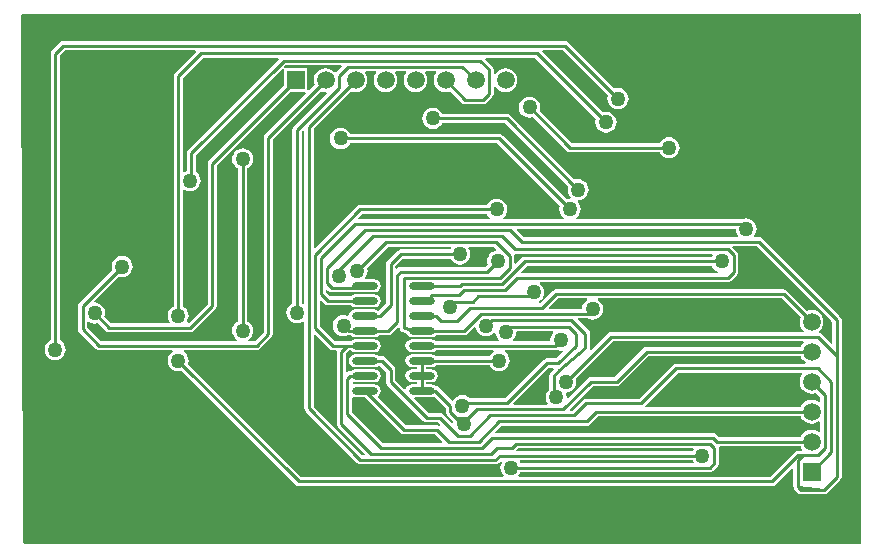
<source format=gbl>
G04*
G04 #@! TF.GenerationSoftware,Altium Limited,Altium Designer,20.0.2 (26)*
G04*
G04 Layer_Physical_Order=2*
G04 Layer_Color=16711680*
%FSLAX25Y25*%
%MOIN*%
G70*
G01*
G75*
%ADD14C,0.01000*%
%ADD19O,0.08661X0.02362*%
%ADD29R,0.05906X0.05906*%
%ADD30C,0.05906*%
%ADD31R,0.05906X0.05906*%
%ADD32C,0.05000*%
G36*
X504500Y311000D02*
Y134500D01*
X225500D01*
X225000Y135000D01*
X224501Y310646D01*
X224854Y311000D01*
X503500D01*
X504000Y311500D01*
X504500Y311000D01*
D02*
G37*
%LPC*%
G36*
X405900Y302029D02*
X238500D01*
X237915Y301913D01*
X237419Y301581D01*
X234819Y298981D01*
X234487Y298485D01*
X234371Y297900D01*
Y202355D01*
X234135Y202257D01*
X233404Y201696D01*
X232843Y200965D01*
X232490Y200114D01*
X232370Y199200D01*
X232490Y198286D01*
X232843Y197435D01*
X233404Y196704D01*
X234135Y196143D01*
X234986Y195790D01*
X235900Y195670D01*
X236814Y195790D01*
X237665Y196143D01*
X238396Y196704D01*
X238957Y197435D01*
X239310Y198286D01*
X239430Y199200D01*
X239310Y200114D01*
X238957Y200965D01*
X238396Y201696D01*
X237665Y202257D01*
X237429Y202355D01*
Y297267D01*
X239134Y298971D01*
X282654D01*
X282846Y298509D01*
X275819Y291481D01*
X275487Y290985D01*
X275371Y290400D01*
Y213655D01*
X275135Y213557D01*
X274404Y212996D01*
X273843Y212265D01*
X273490Y211414D01*
X273370Y210500D01*
X273490Y209586D01*
X273843Y208735D01*
X274040Y208478D01*
X273819Y208029D01*
X254534D01*
X252312Y210251D01*
X252410Y210486D01*
X252530Y211400D01*
X252410Y212314D01*
X252057Y213165D01*
X251496Y213896D01*
X250765Y214457D01*
X249914Y214810D01*
X249089Y214918D01*
X248824Y215361D01*
X257051Y223588D01*
X257286Y223490D01*
X258200Y223370D01*
X259114Y223490D01*
X259965Y223843D01*
X260696Y224404D01*
X261257Y225135D01*
X261610Y225986D01*
X261730Y226900D01*
X261610Y227814D01*
X261257Y228665D01*
X260696Y229396D01*
X259965Y229957D01*
X259114Y230310D01*
X258200Y230430D01*
X257286Y230310D01*
X256435Y229957D01*
X255704Y229396D01*
X255143Y228665D01*
X254790Y227814D01*
X254670Y226900D01*
X254790Y225986D01*
X254888Y225751D01*
X243919Y214781D01*
X243587Y214285D01*
X243471Y213700D01*
Y206100D01*
X243587Y205515D01*
X243919Y205019D01*
X249519Y199419D01*
X250015Y199087D01*
X250600Y198971D01*
X274893D01*
X275022Y198471D01*
X274404Y197996D01*
X273843Y197265D01*
X273490Y196414D01*
X273370Y195500D01*
X273490Y194586D01*
X273843Y193735D01*
X274404Y193004D01*
X275135Y192443D01*
X275986Y192090D01*
X276900Y191970D01*
X277814Y192090D01*
X278049Y192188D01*
X316019Y154219D01*
X316515Y153887D01*
X317100Y153771D01*
X474800D01*
X475385Y153887D01*
X475881Y154219D01*
X481509Y159846D01*
X481971Y159654D01*
Y153500D01*
X482012Y153293D01*
X482029Y153082D01*
X482070Y153002D01*
X482087Y152915D01*
X482204Y152739D01*
X482301Y152551D01*
X482369Y152493D01*
X482419Y152419D01*
X483419Y151419D01*
X483915Y151087D01*
X484500Y150971D01*
X492100D01*
X492307Y151012D01*
X492518Y151029D01*
X492598Y151070D01*
X492685Y151087D01*
X492861Y151205D01*
X493049Y151301D01*
X493107Y151369D01*
X493181Y151419D01*
X497581Y155819D01*
X497913Y156315D01*
X498029Y156900D01*
Y197000D01*
Y209100D01*
X497913Y209685D01*
X497581Y210181D01*
X471481Y236281D01*
X470985Y236613D01*
X470400Y236729D01*
X469193D01*
X468946Y237229D01*
X469257Y237635D01*
X469610Y238486D01*
X469730Y239400D01*
X469610Y240314D01*
X469257Y241165D01*
X468696Y241896D01*
X467965Y242457D01*
X467114Y242810D01*
X466200Y242930D01*
X465286Y242810D01*
X464737Y242582D01*
X464500Y242629D01*
X409678D01*
X409508Y243129D01*
X409996Y243504D01*
X410557Y244235D01*
X410910Y245086D01*
X411030Y246000D01*
X410910Y246914D01*
X410557Y247765D01*
X410000Y248492D01*
X410002Y248510D01*
X410200Y248969D01*
X410200Y248970D01*
X411114Y249090D01*
X411965Y249443D01*
X412696Y250004D01*
X413257Y250735D01*
X413610Y251586D01*
X413730Y252500D01*
X413610Y253414D01*
X413257Y254265D01*
X412696Y254996D01*
X411965Y255557D01*
X411114Y255910D01*
X410200Y256030D01*
X409286Y255910D01*
X409051Y255812D01*
X387481Y277381D01*
X386985Y277713D01*
X386400Y277829D01*
X364955D01*
X364857Y278065D01*
X364296Y278796D01*
X363565Y279357D01*
X362714Y279710D01*
X361800Y279830D01*
X360886Y279710D01*
X360035Y279357D01*
X359304Y278796D01*
X358743Y278065D01*
X358390Y277214D01*
X358270Y276300D01*
X358390Y275386D01*
X358743Y274535D01*
X359304Y273804D01*
X360035Y273243D01*
X360886Y272890D01*
X361800Y272770D01*
X362714Y272890D01*
X363565Y273243D01*
X364296Y273804D01*
X364857Y274535D01*
X364955Y274771D01*
X385767D01*
X406888Y253649D01*
X406790Y253414D01*
X406670Y252500D01*
X406790Y251586D01*
X407143Y250735D01*
X407700Y250008D01*
X407698Y249990D01*
X407500Y249531D01*
X407500Y249530D01*
X406586Y249410D01*
X406351Y249312D01*
X384981Y270681D01*
X384485Y271013D01*
X383900Y271129D01*
X334155D01*
X334057Y271365D01*
X333496Y272096D01*
X332765Y272657D01*
X331914Y273010D01*
X331000Y273130D01*
X330086Y273010D01*
X329235Y272657D01*
X328504Y272096D01*
X327943Y271365D01*
X327590Y270514D01*
X327470Y269600D01*
X327590Y268686D01*
X327943Y267835D01*
X328504Y267104D01*
X329235Y266543D01*
X330086Y266190D01*
X331000Y266070D01*
X331914Y266190D01*
X332765Y266543D01*
X333496Y267104D01*
X334057Y267835D01*
X334155Y268071D01*
X383266D01*
X404188Y247149D01*
X404090Y246914D01*
X403970Y246000D01*
X404090Y245086D01*
X404443Y244235D01*
X405004Y243504D01*
X405492Y243129D01*
X405322Y242629D01*
X385178D01*
X385008Y243129D01*
X385496Y243504D01*
X386057Y244235D01*
X386410Y245086D01*
X386530Y246000D01*
X386410Y246914D01*
X386057Y247765D01*
X385496Y248496D01*
X384765Y249057D01*
X383914Y249410D01*
X383000Y249530D01*
X382086Y249410D01*
X381235Y249057D01*
X380504Y248496D01*
X379943Y247765D01*
X379845Y247529D01*
X337600D01*
X337015Y247413D01*
X336519Y247081D01*
X322491Y233054D01*
X322029Y233246D01*
Y272867D01*
X334504Y285341D01*
X334968Y285149D01*
X336000Y285013D01*
X337032Y285149D01*
X337993Y285547D01*
X338819Y286181D01*
X339453Y287007D01*
X339851Y287968D01*
X339987Y289000D01*
X339851Y290032D01*
X339453Y290993D01*
X339087Y291471D01*
X339333Y291971D01*
X342667D01*
X342913Y291471D01*
X342547Y290993D01*
X342149Y290032D01*
X342013Y289000D01*
X342149Y287968D01*
X342547Y287007D01*
X343181Y286181D01*
X344007Y285547D01*
X344968Y285149D01*
X346000Y285013D01*
X347032Y285149D01*
X347993Y285547D01*
X348819Y286181D01*
X349453Y287007D01*
X349851Y287968D01*
X349987Y289000D01*
X349851Y290032D01*
X349453Y290993D01*
X349087Y291471D01*
X349333Y291971D01*
X352667D01*
X352913Y291471D01*
X352547Y290993D01*
X352149Y290032D01*
X352013Y289000D01*
X352149Y287968D01*
X352547Y287007D01*
X353181Y286181D01*
X354007Y285547D01*
X354968Y285149D01*
X356000Y285013D01*
X357032Y285149D01*
X357993Y285547D01*
X358819Y286181D01*
X359453Y287007D01*
X359851Y287968D01*
X359987Y289000D01*
X359851Y290032D01*
X359453Y290993D01*
X359087Y291471D01*
X359333Y291971D01*
X362667D01*
X362913Y291471D01*
X362547Y290993D01*
X362149Y290032D01*
X362013Y289000D01*
X362149Y287968D01*
X362547Y287007D01*
X363181Y286181D01*
X364007Y285547D01*
X364968Y285149D01*
X366000Y285013D01*
X367032Y285149D01*
X367496Y285341D01*
X371419Y281419D01*
X371915Y281087D01*
X372500Y280971D01*
X378500D01*
X379085Y281087D01*
X379581Y281419D01*
X381581Y283419D01*
X381913Y283915D01*
X382029Y284500D01*
Y286950D01*
X382529Y287050D01*
X382547Y287007D01*
X383181Y286181D01*
X384007Y285547D01*
X384968Y285149D01*
X386000Y285013D01*
X387032Y285149D01*
X387993Y285547D01*
X388819Y286181D01*
X389453Y287007D01*
X389851Y287968D01*
X389987Y289000D01*
X389851Y290032D01*
X389453Y290993D01*
X388819Y291819D01*
X387993Y292453D01*
X387032Y292851D01*
X386000Y292987D01*
X384968Y292851D01*
X384007Y292453D01*
X383181Y291819D01*
X382547Y290993D01*
X382529Y290950D01*
X382029Y291050D01*
Y292600D01*
X381913Y293185D01*
X381581Y293681D01*
X379254Y296009D01*
X379446Y296471D01*
X395866D01*
X416188Y276149D01*
X416090Y275914D01*
X415970Y275000D01*
X416090Y274086D01*
X416443Y273235D01*
X417004Y272504D01*
X417735Y271943D01*
X418586Y271590D01*
X419500Y271470D01*
X420414Y271590D01*
X421265Y271943D01*
X421996Y272504D01*
X422557Y273235D01*
X422910Y274086D01*
X423030Y275000D01*
X422910Y275914D01*
X422557Y276765D01*
X421996Y277496D01*
X421265Y278057D01*
X420414Y278410D01*
X419500Y278530D01*
X418586Y278410D01*
X418351Y278312D01*
X398154Y298509D01*
X398346Y298971D01*
X405267D01*
X420188Y284049D01*
X420090Y283814D01*
X419970Y282900D01*
X420090Y281986D01*
X420443Y281135D01*
X421004Y280404D01*
X421735Y279843D01*
X422586Y279490D01*
X423500Y279370D01*
X424414Y279490D01*
X425265Y279843D01*
X425996Y280404D01*
X426557Y281135D01*
X426910Y281986D01*
X427030Y282900D01*
X426910Y283814D01*
X426557Y284665D01*
X425996Y285396D01*
X425265Y285957D01*
X424414Y286310D01*
X423500Y286430D01*
X422586Y286310D01*
X422351Y286212D01*
X406981Y301581D01*
X406485Y301913D01*
X405900Y302029D01*
D02*
G37*
G36*
X394000Y283530D02*
X393086Y283410D01*
X392235Y283057D01*
X391504Y282496D01*
X390943Y281765D01*
X390590Y280914D01*
X390470Y280000D01*
X390590Y279086D01*
X390943Y278235D01*
X391504Y277504D01*
X392235Y276943D01*
X393086Y276590D01*
X394000Y276470D01*
X394914Y276590D01*
X395149Y276688D01*
X406419Y265419D01*
X406915Y265087D01*
X407500Y264971D01*
X437345D01*
X437443Y264735D01*
X438004Y264004D01*
X438735Y263443D01*
X439586Y263090D01*
X440500Y262970D01*
X441414Y263090D01*
X442265Y263443D01*
X442996Y264004D01*
X443557Y264735D01*
X443910Y265586D01*
X444030Y266500D01*
X443910Y267414D01*
X443557Y268265D01*
X442996Y268996D01*
X442265Y269557D01*
X441414Y269910D01*
X440500Y270030D01*
X439586Y269910D01*
X438735Y269557D01*
X438004Y268996D01*
X437443Y268265D01*
X437345Y268029D01*
X408134D01*
X397312Y278851D01*
X397410Y279086D01*
X397530Y280000D01*
X397410Y280914D01*
X397057Y281765D01*
X396496Y282496D01*
X395765Y283057D01*
X394914Y283410D01*
X394000Y283530D01*
D02*
G37*
%LPD*%
G36*
X331346Y293509D02*
X329539Y291702D01*
X328948Y291652D01*
X328819Y291819D01*
X327993Y292453D01*
X327032Y292851D01*
X326000Y292987D01*
X324968Y292851D01*
X324007Y292453D01*
X323181Y291819D01*
X322547Y290993D01*
X322149Y290032D01*
X322013Y289000D01*
X322149Y287968D01*
X322341Y287504D01*
X320415Y285578D01*
X319953Y285769D01*
Y292953D01*
X312323D01*
X312116Y293453D01*
X312633Y293971D01*
X331154D01*
X331346Y293509D01*
D02*
G37*
G36*
X310346Y296009D02*
X280119Y265781D01*
X279787Y265285D01*
X279671Y264700D01*
Y258779D01*
X279135Y258557D01*
X278878Y258360D01*
X278429Y258581D01*
Y289767D01*
X285134Y296471D01*
X310154D01*
X310346Y296009D01*
D02*
G37*
G36*
X312047Y292677D02*
Y287210D01*
X287119Y262281D01*
X286787Y261785D01*
X286671Y261200D01*
Y214434D01*
X280433Y208196D01*
X280196Y208225D01*
X279957Y208735D01*
X280310Y209586D01*
X280430Y210500D01*
X280310Y211414D01*
X279957Y212265D01*
X279396Y212996D01*
X278665Y213557D01*
X278429Y213655D01*
Y252419D01*
X278878Y252640D01*
X279135Y252443D01*
X279986Y252090D01*
X280900Y251970D01*
X281814Y252090D01*
X282665Y252443D01*
X283396Y253004D01*
X283957Y253735D01*
X284310Y254586D01*
X284430Y255500D01*
X284310Y256414D01*
X283957Y257265D01*
X283396Y257996D01*
X282729Y258508D01*
Y264067D01*
X311547Y292884D01*
X312047Y292677D01*
D02*
G37*
G36*
X379943Y244235D02*
X380504Y243504D01*
X380992Y243129D01*
X380822Y242629D01*
X337046D01*
X336854Y243091D01*
X338233Y244471D01*
X379845D01*
X379943Y244235D01*
D02*
G37*
G36*
X462670Y239400D02*
X462790Y238486D01*
X463143Y237635D01*
X463454Y237229D01*
X463207Y236729D01*
X392034D01*
X389654Y239109D01*
X389846Y239571D01*
X462520D01*
X462670Y239400D01*
D02*
G37*
G36*
X455140Y230622D02*
X454943Y230365D01*
X454845Y230129D01*
X392366D01*
X391780Y230013D01*
X391284Y229681D01*
X389428Y227826D01*
X388966Y228017D01*
Y230500D01*
X388940Y230632D01*
X389251Y231011D01*
X389363Y231071D01*
X454919D01*
X455140Y230622D01*
D02*
G37*
G36*
X382993Y232781D02*
X382814Y232253D01*
X382486Y232210D01*
X381635Y231857D01*
X380904Y231296D01*
X380343Y230565D01*
X379990Y229714D01*
X379870Y228800D01*
X379990Y227886D01*
X380088Y227651D01*
X379167Y226729D01*
X351000D01*
X350415Y226613D01*
X349919Y226281D01*
X349691Y226054D01*
X349229Y226246D01*
Y226945D01*
X351855Y229571D01*
X367645D01*
X367743Y229335D01*
X368304Y228604D01*
X369035Y228043D01*
X369886Y227690D01*
X370800Y227570D01*
X371714Y227690D01*
X372565Y228043D01*
X373296Y228604D01*
X373857Y229335D01*
X374210Y230186D01*
X374330Y231100D01*
X374210Y232014D01*
X373857Y232865D01*
X373660Y233122D01*
X373881Y233571D01*
X382204D01*
X382993Y232781D01*
D02*
G37*
G36*
X454943Y226835D02*
X455504Y226104D01*
X456235Y225543D01*
X456991Y225229D01*
X456892Y224729D01*
X391311D01*
X391120Y225191D01*
X392999Y227071D01*
X454845D01*
X454943Y226835D01*
D02*
G37*
G36*
X367940Y233122D02*
X367743Y232865D01*
X367645Y232629D01*
X351221D01*
X350636Y232513D01*
X350140Y232181D01*
X346619Y228660D01*
X346287Y228164D01*
X346171Y227579D01*
Y214833D01*
X343576Y212239D01*
X343103Y212555D01*
X342252Y212724D01*
X335953D01*
X335102Y212555D01*
X334380Y212072D01*
X333898Y211351D01*
X333787Y210790D01*
X333276Y210471D01*
X333252Y210470D01*
X332914Y210610D01*
X332000Y210730D01*
X331086Y210610D01*
X330235Y210257D01*
X329504Y209696D01*
X328943Y208965D01*
X328590Y208114D01*
X328470Y207200D01*
X328590Y206286D01*
X328943Y205435D01*
X329504Y204704D01*
X330235Y204143D01*
X331086Y203790D01*
X332000Y203670D01*
X332914Y203790D01*
X333463Y204018D01*
X333700Y203971D01*
X334351D01*
X334380Y203927D01*
X335102Y203446D01*
X335953Y203276D01*
X342252D01*
X343103Y203446D01*
X343825Y203927D01*
X343853Y203971D01*
X346900D01*
X347485Y204087D01*
X347981Y204419D01*
X350195Y206632D01*
X350661Y206391D01*
X350673Y206333D01*
X350678Y206162D01*
X350731Y206043D01*
X350756Y205915D01*
X350851Y205773D01*
X350921Y205617D01*
X351015Y205527D01*
X351088Y205419D01*
X351230Y205324D01*
X351354Y205206D01*
X351475Y205159D01*
X351584Y205087D01*
X351751Y205054D01*
X351911Y204993D01*
X352756Y204848D01*
X352796Y204649D01*
X353278Y203927D01*
X353999Y203446D01*
X354850Y203276D01*
X361150D01*
X362001Y203446D01*
X362722Y203927D01*
X362751Y203971D01*
X372100D01*
X372685Y204087D01*
X373181Y204419D01*
X375508Y206745D01*
X375981Y206584D01*
X376027Y206234D01*
X376380Y205383D01*
X376941Y204652D01*
X377672Y204091D01*
X378523Y203738D01*
X379437Y203618D01*
X380351Y203738D01*
X381202Y204091D01*
X381933Y204652D01*
X382097Y204865D01*
X382619Y204725D01*
X382690Y204186D01*
X383043Y203335D01*
X383604Y202604D01*
X383701Y202529D01*
X383531Y202029D01*
X362751D01*
X362722Y202073D01*
X362001Y202554D01*
X361150Y202724D01*
X354850D01*
X353999Y202554D01*
X353278Y202073D01*
X352796Y201351D01*
X352627Y200500D01*
X352796Y199649D01*
X353278Y198927D01*
X353999Y198445D01*
X354850Y198276D01*
X361150D01*
X362001Y198445D01*
X362722Y198927D01*
X362751Y198971D01*
X381893D01*
X382022Y198471D01*
X381404Y197996D01*
X380843Y197265D01*
X380745Y197029D01*
X362751D01*
X362722Y197073D01*
X362001Y197555D01*
X361150Y197724D01*
X354850D01*
X353999Y197555D01*
X353278Y197073D01*
X352796Y196351D01*
X352627Y195500D01*
X352796Y194649D01*
X353278Y193928D01*
X353999Y193446D01*
X354850Y193276D01*
X356471D01*
Y192724D01*
X354850D01*
X353999Y192554D01*
X353278Y192072D01*
X352796Y191351D01*
X352627Y190500D01*
X352796Y189649D01*
X353278Y188927D01*
X353999Y188445D01*
X354850Y188276D01*
X356471D01*
Y187724D01*
X354850D01*
X353999Y187555D01*
X353278Y187073D01*
X352796Y186351D01*
X352769Y186217D01*
X352291Y186072D01*
X349229Y189134D01*
Y192500D01*
X349113Y193085D01*
X348781Y193581D01*
X345781Y196581D01*
X345285Y196913D01*
X344700Y197029D01*
X343853D01*
X343825Y197073D01*
X343103Y197555D01*
X342252Y197724D01*
X335953D01*
X335102Y197555D01*
X334380Y197073D01*
X333898Y196351D01*
X333729Y195500D01*
X333898Y194649D01*
X334380Y193928D01*
X335102Y193446D01*
X335953Y193276D01*
X342252D01*
X343103Y193446D01*
X343825Y193928D01*
X344282Y193756D01*
X346171Y191867D01*
Y188500D01*
X346287Y187915D01*
X346619Y187419D01*
X358619Y175419D01*
X359115Y175087D01*
X359700Y174971D01*
X363367D01*
X364301Y174036D01*
X363982Y173648D01*
X363585Y173913D01*
X363000Y174029D01*
X352736D01*
X343512Y183254D01*
X343561Y183751D01*
X343825Y183928D01*
X344307Y184649D01*
X344476Y185500D01*
X344307Y186351D01*
X343825Y187073D01*
X343103Y187555D01*
X342252Y187724D01*
X335953D01*
X335456Y187625D01*
X334993Y187977D01*
Y188023D01*
X335456Y188375D01*
X335953Y188276D01*
X342252D01*
X343103Y188445D01*
X343825Y188927D01*
X344307Y189649D01*
X344476Y190500D01*
X344307Y191351D01*
X343825Y192072D01*
X343103Y192554D01*
X342252Y192724D01*
X335953D01*
X335102Y192554D01*
X334380Y192072D01*
X334351Y192029D01*
X334200D01*
X333615Y191913D01*
X333229Y191656D01*
X332729Y191831D01*
Y197866D01*
X333834Y198971D01*
X334351D01*
X334380Y198927D01*
X335102Y198445D01*
X335953Y198276D01*
X342252D01*
X343103Y198445D01*
X343825Y198927D01*
X344307Y199649D01*
X344476Y200500D01*
X344307Y201351D01*
X343825Y202073D01*
X343103Y202554D01*
X342252Y202724D01*
X335953D01*
X335102Y202554D01*
X334380Y202073D01*
X334351Y202029D01*
X329134D01*
X324029Y207134D01*
Y215513D01*
X324491Y215705D01*
X325778Y214419D01*
X326274Y214087D01*
X326859Y213971D01*
X334351D01*
X334380Y213928D01*
X335102Y213445D01*
X335953Y213276D01*
X342252D01*
X343103Y213445D01*
X343825Y213928D01*
X344307Y214649D01*
X344476Y215500D01*
X344307Y216351D01*
X343825Y217073D01*
X343103Y217555D01*
X342252Y217724D01*
X335953D01*
X335102Y217555D01*
X334380Y217073D01*
X334351Y217029D01*
X327492D01*
X326029Y218493D01*
Y219013D01*
X326491Y219205D01*
X326919Y218778D01*
X327415Y218446D01*
X328000Y218330D01*
X335684D01*
X335953Y218276D01*
X342252D01*
X343103Y218445D01*
X343825Y218928D01*
X344307Y219649D01*
X344476Y220500D01*
X344307Y221351D01*
X343825Y222073D01*
X343103Y222555D01*
X342252Y222724D01*
X339488D01*
X339242Y223224D01*
X339557Y223635D01*
X339910Y224486D01*
X340030Y225400D01*
X339910Y226314D01*
X339812Y226549D01*
X346833Y233571D01*
X367719D01*
X367940Y233122D01*
D02*
G37*
G36*
X318971Y272154D02*
Y214581D01*
X318522Y214360D01*
X318265Y214557D01*
X318029Y214655D01*
Y271866D01*
X318509Y272346D01*
X318971Y272154D01*
D02*
G37*
G36*
X413267Y215771D02*
X413235Y215757D01*
X412504Y215196D01*
X411943Y214465D01*
X411590Y213614D01*
X411470Y212700D01*
X411458Y212687D01*
X400603D01*
X400412Y213149D01*
X403534Y216271D01*
X413168D01*
X413267Y215771D01*
D02*
G37*
G36*
X484341Y209996D02*
X484149Y209532D01*
X484013Y208500D01*
X484149Y207468D01*
X484547Y206507D01*
X485181Y205681D01*
X485378Y205529D01*
X485209Y205029D01*
X421200D01*
X420615Y204913D01*
X420119Y204581D01*
X414575Y199038D01*
X414478Y199053D01*
X414293Y199217D01*
X414106Y199588D01*
X414125Y199656D01*
X414118Y199715D01*
X414129Y199773D01*
Y204500D01*
X414013Y205085D01*
X413681Y205581D01*
X410097Y209166D01*
X410288Y209628D01*
X413270D01*
X414086Y209290D01*
X415000Y209170D01*
X415914Y209290D01*
X416765Y209643D01*
X417496Y210204D01*
X418057Y210935D01*
X418410Y211786D01*
X418530Y212700D01*
X418410Y213614D01*
X418057Y214465D01*
X417496Y215196D01*
X416765Y215757D01*
X416733Y215771D01*
X416832Y216271D01*
X478066D01*
X484341Y209996D01*
D02*
G37*
G36*
X401907Y204771D02*
X401443Y204165D01*
X401090Y203314D01*
X400970Y202400D01*
X400645Y202029D01*
X388669D01*
X388499Y202529D01*
X388596Y202604D01*
X389157Y203335D01*
X389510Y204186D01*
X389630Y205100D01*
X389780Y205271D01*
X401728D01*
X401907Y204771D01*
D02*
G37*
G36*
X319422Y284585D02*
X305819Y270981D01*
X305487Y270485D01*
X305371Y269900D01*
Y205033D01*
X302366Y202029D01*
X300407D01*
X300278Y202529D01*
X300896Y203004D01*
X301457Y203735D01*
X301810Y204586D01*
X301930Y205500D01*
X301810Y206414D01*
X301457Y207265D01*
X300896Y207996D01*
X300165Y208557D01*
X299929Y208655D01*
Y259645D01*
X300165Y259743D01*
X300896Y260304D01*
X301457Y261035D01*
X301810Y261886D01*
X301930Y262800D01*
X301810Y263714D01*
X301457Y264565D01*
X300896Y265296D01*
X300165Y265857D01*
X299314Y266210D01*
X298400Y266330D01*
X297486Y266210D01*
X296635Y265857D01*
X295904Y265296D01*
X295343Y264565D01*
X294990Y263714D01*
X294870Y262800D01*
X294990Y261886D01*
X295343Y261035D01*
X295904Y260304D01*
X296635Y259743D01*
X296871Y259645D01*
Y208655D01*
X296635Y208557D01*
X295904Y207996D01*
X295343Y207265D01*
X294990Y206414D01*
X294870Y205500D01*
X294990Y204586D01*
X295343Y203735D01*
X295904Y203004D01*
X296522Y202529D01*
X296393Y202029D01*
X251234D01*
X246529Y206733D01*
Y208319D01*
X246978Y208540D01*
X247235Y208343D01*
X248086Y207990D01*
X249000Y207870D01*
X249914Y207990D01*
X250149Y208088D01*
X252819Y205419D01*
X253315Y205087D01*
X253900Y204971D01*
X280900D01*
X281485Y205087D01*
X281981Y205419D01*
X289281Y212719D01*
X289613Y213215D01*
X289729Y213800D01*
Y260566D01*
X314210Y285047D01*
X319231D01*
X319422Y284585D01*
D02*
G37*
G36*
X494971Y208467D02*
Y201346D01*
X494509Y201154D01*
X491081Y204581D01*
X490614Y204893D01*
X490584Y204924D01*
X490504Y205439D01*
X490819Y205681D01*
X491453Y206507D01*
X491851Y207468D01*
X491987Y208500D01*
X491851Y209532D01*
X491453Y210493D01*
X490819Y211319D01*
X489993Y211953D01*
X489032Y212351D01*
X488000Y212487D01*
X486968Y212351D01*
X486504Y212159D01*
X479781Y218881D01*
X479285Y219213D01*
X478700Y219329D01*
X402900D01*
X402315Y219213D01*
X401819Y218881D01*
X397624Y214687D01*
X397130D01*
X397030Y215187D01*
X397165Y215243D01*
X397896Y215804D01*
X398457Y216535D01*
X398810Y217386D01*
X398930Y218300D01*
X398810Y219214D01*
X398457Y220065D01*
X397896Y220796D01*
X397408Y221171D01*
X397578Y221671D01*
X460000D01*
X460585Y221787D01*
X461081Y222119D01*
X463081Y224119D01*
X463413Y224615D01*
X463529Y225200D01*
Y230600D01*
X463413Y231185D01*
X463081Y231681D01*
X461554Y233209D01*
X461746Y233671D01*
X469767D01*
X494971Y208467D01*
D02*
G37*
G36*
X403586Y198990D02*
X404500Y198870D01*
X404960Y198930D01*
X405194Y198457D01*
X402983Y196246D01*
X399791D01*
X399206Y196130D01*
X398710Y195798D01*
X385941Y183029D01*
X374053D01*
X373365Y183557D01*
X372514Y183910D01*
X371600Y184030D01*
X370686Y183910D01*
X369835Y183557D01*
X369104Y182996D01*
X368613Y182357D01*
X368050Y182212D01*
X363681Y186581D01*
X363185Y186913D01*
X362774Y186995D01*
X362722Y187073D01*
X362001Y187555D01*
X361150Y187724D01*
X359529D01*
Y188276D01*
X361150D01*
X362001Y188445D01*
X362722Y188927D01*
X363204Y189649D01*
X363373Y190500D01*
X363204Y191351D01*
X362722Y192072D01*
X362001Y192554D01*
X361150Y192724D01*
X359529D01*
Y193276D01*
X361150D01*
X362001Y193446D01*
X362722Y193928D01*
X362751Y193971D01*
X380745D01*
X380843Y193735D01*
X381404Y193004D01*
X382135Y192443D01*
X382986Y192090D01*
X383900Y191970D01*
X384814Y192090D01*
X385665Y192443D01*
X386396Y193004D01*
X386957Y193735D01*
X387310Y194586D01*
X387430Y195500D01*
X387310Y196414D01*
X386957Y197265D01*
X386396Y197996D01*
X385778Y198471D01*
X385907Y198971D01*
X402600D01*
X403185Y199087D01*
X403249Y199130D01*
X403586Y198990D01*
D02*
G37*
G36*
X485378Y201471D02*
X485181Y201319D01*
X484547Y200493D01*
X484355Y200029D01*
X433000D01*
X432415Y199913D01*
X431919Y199581D01*
X422367Y190029D01*
X414500D01*
X413915Y189913D01*
X413418Y189581D01*
X406873Y183036D01*
X406425Y183257D01*
X406430Y183300D01*
X406310Y184214D01*
X406239Y184384D01*
X406555Y184930D01*
X407014Y184990D01*
X407865Y185343D01*
X408596Y185904D01*
X409157Y186635D01*
X409510Y187486D01*
X409630Y188400D01*
X409510Y189314D01*
X409412Y189549D01*
X421834Y201971D01*
X485209D01*
X485378Y201471D01*
D02*
G37*
G36*
X484913Y190971D02*
X484547Y190493D01*
X484149Y189532D01*
X484013Y188500D01*
X484149Y187468D01*
X484547Y186507D01*
X485181Y185681D01*
X486007Y185047D01*
X486968Y184649D01*
X488000Y184513D01*
X489032Y184649D01*
X489496Y184841D01*
X490923Y183414D01*
Y181869D01*
X490423Y181623D01*
X489993Y181953D01*
X489032Y182351D01*
X488000Y182487D01*
X486968Y182351D01*
X486007Y181953D01*
X485181Y181319D01*
X484547Y180493D01*
X484355Y180029D01*
X432799D01*
X432592Y180529D01*
X443534Y191471D01*
X484667D01*
X484913Y190971D01*
D02*
G37*
G36*
X402163Y192726D02*
X401019Y191581D01*
X400687Y191085D01*
X400571Y190500D01*
Y185924D01*
X400404Y185796D01*
X399843Y185065D01*
X399490Y184214D01*
X399370Y183300D01*
X399490Y182386D01*
X399843Y181535D01*
X400040Y181278D01*
X399819Y180829D01*
X388720D01*
X388529Y181291D01*
X400425Y193187D01*
X401971D01*
X402163Y192726D01*
D02*
G37*
G36*
X484547Y196507D02*
X485181Y195681D01*
X486007Y195047D01*
X486050Y195029D01*
X485950Y194529D01*
X442900D01*
X442315Y194413D01*
X441819Y194081D01*
X430557Y182820D01*
X412890D01*
X412305Y182703D01*
X411809Y182372D01*
X408266Y178829D01*
X407646D01*
X407454Y179291D01*
X415133Y186971D01*
X423000D01*
X423585Y187087D01*
X424081Y187419D01*
X433634Y196971D01*
X484355D01*
X484547Y196507D01*
D02*
G37*
G36*
X366071Y179867D02*
Y178500D01*
X366187Y177915D01*
X366519Y177419D01*
X368582Y175355D01*
X368516Y174854D01*
X367988Y174674D01*
X365081Y177581D01*
X364585Y177913D01*
X364000Y178029D01*
X360333D01*
X355549Y182814D01*
X355740Y183276D01*
X361150D01*
X362001Y183446D01*
X362295Y183642D01*
X366071Y179867D01*
D02*
G37*
G36*
X484547Y176507D02*
X485181Y175681D01*
X486007Y175047D01*
X486968Y174649D01*
X488000Y174513D01*
X489032Y174649D01*
X489993Y175047D01*
X490423Y175377D01*
X490923Y175131D01*
Y171869D01*
X490423Y171623D01*
X489993Y171953D01*
X489032Y172351D01*
X488000Y172487D01*
X486968Y172351D01*
X486007Y171953D01*
X485181Y171319D01*
X484547Y170493D01*
X484355Y170029D01*
X457133D01*
X456181Y170981D01*
X455685Y171313D01*
X455100Y171429D01*
X382746D01*
X382554Y171891D01*
X384434Y173771D01*
X413000D01*
X413585Y173887D01*
X414081Y174219D01*
X416833Y176971D01*
X484355D01*
X484547Y176507D01*
D02*
G37*
G36*
X335953Y183276D02*
X339163D01*
X351021Y171419D01*
X351517Y171087D01*
X352102Y170971D01*
X362367D01*
X364846Y168491D01*
X364654Y168029D01*
X345133D01*
X334729Y178434D01*
Y183139D01*
X335229Y183420D01*
X335953Y183276D01*
D02*
G37*
G36*
X448740Y165922D02*
X448543Y165665D01*
X448445Y165429D01*
X389746D01*
X389554Y165891D01*
X390034Y166371D01*
X448519D01*
X448740Y165922D01*
D02*
G37*
G36*
X327419Y199419D02*
X327915Y199087D01*
X328500Y198971D01*
X329370D01*
X329687Y198584D01*
X329671Y198500D01*
Y174500D01*
X329787Y173915D01*
X330119Y173419D01*
X339046Y164491D01*
X338854Y164029D01*
X338222D01*
X322029Y180222D01*
Y204154D01*
X322491Y204346D01*
X327419Y199419D01*
D02*
G37*
G36*
X448543Y162135D02*
X448740Y161878D01*
X448519Y161429D01*
X390992D01*
X390894Y161665D01*
X390697Y161922D01*
X390918Y162371D01*
X448445D01*
X448543Y162135D01*
D02*
G37*
G36*
X484547Y166507D02*
X484913Y166029D01*
X484667Y165529D01*
X483500D01*
X482915Y165413D01*
X482419Y165081D01*
X474166Y156829D01*
X390406D01*
X390236Y157329D01*
X390333Y157404D01*
X390894Y158135D01*
X390992Y158371D01*
X454000D01*
X454585Y158487D01*
X455081Y158819D01*
X456681Y160419D01*
X457013Y160915D01*
X457129Y161500D01*
Y166500D01*
X457113Y166584D01*
X457430Y166971D01*
X484355D01*
X484547Y166507D01*
D02*
G37*
G36*
X324968Y285149D02*
X326000Y285013D01*
X326208Y285040D01*
X326429Y284592D01*
X315419Y273581D01*
X315087Y273085D01*
X314971Y272500D01*
Y214655D01*
X314735Y214557D01*
X314004Y213996D01*
X313443Y213265D01*
X313090Y212414D01*
X312970Y211500D01*
X313090Y210586D01*
X313443Y209735D01*
X314004Y209004D01*
X314735Y208443D01*
X315586Y208090D01*
X316500Y207970D01*
X317414Y208090D01*
X318265Y208443D01*
X318522Y208640D01*
X318971Y208419D01*
Y179588D01*
X319087Y179003D01*
X319419Y178507D01*
X336507Y161419D01*
X337003Y161087D01*
X337588Y160971D01*
X382600D01*
X383185Y161087D01*
X383681Y161419D01*
X384342Y162079D01*
X384453Y162061D01*
X384555Y161937D01*
X384716Y161511D01*
X384427Y160814D01*
X384307Y159900D01*
X384427Y158986D01*
X384780Y158135D01*
X385341Y157404D01*
X385438Y157329D01*
X385268Y156829D01*
X317734D01*
X280212Y194351D01*
X280310Y194586D01*
X280430Y195500D01*
X280310Y196414D01*
X279957Y197265D01*
X279396Y197996D01*
X278778Y198471D01*
X278907Y198971D01*
X303000D01*
X303585Y199087D01*
X304081Y199419D01*
X307981Y203319D01*
X308313Y203815D01*
X308429Y204400D01*
Y269267D01*
X324504Y285341D01*
X324968Y285149D01*
D02*
G37*
D14*
X358000Y190500D02*
Y195500D01*
Y185500D02*
Y190500D01*
X371600Y174500D02*
X372000D01*
X367600Y178500D02*
Y180500D01*
X362600Y185500D02*
X367600Y180500D01*
X358000Y195500D02*
X383900D01*
X358000Y220500D02*
X370700D01*
X371358Y221158D01*
X384923D01*
X392366Y228600D01*
X458000D01*
X478700Y217800D02*
X488000Y208500D01*
X402900Y217800D02*
X478700D01*
X398258Y213158D02*
X402900Y217800D01*
X374000Y213158D02*
X398258D01*
X369742Y208900D02*
X374000Y213158D01*
X364550Y208900D02*
X369742D01*
X362950Y210500D02*
X364550Y208900D01*
X358000Y210500D02*
X362950D01*
X413458Y211158D02*
X415000Y212700D01*
X377758Y211158D02*
X413458D01*
X372100Y205500D02*
X377758Y211158D01*
X358000Y205500D02*
X372100D01*
X402600Y200500D02*
X404500Y202400D01*
X358000Y200500D02*
X402600D01*
X339102Y185500D02*
X352102Y172500D01*
X363000D01*
X367000Y168500D01*
X377000D01*
X383800Y175300D01*
X413000D01*
X416200Y178500D01*
X488000D01*
X351221Y231100D02*
X370800D01*
X347700Y227579D02*
X351221Y231100D01*
X347700Y214200D02*
Y227579D01*
X344000Y210500D02*
X347700Y214200D01*
X339102Y210500D02*
X344000D01*
X464500Y241100D02*
X466200Y239400D01*
X335700Y241100D02*
X464500D01*
X324500Y229900D02*
X335700Y241100D01*
X324500Y217859D02*
Y229900D01*
Y217859D02*
X326859Y215500D01*
X339102D01*
X490000Y164000D02*
X492453Y166453D01*
X485000Y164000D02*
X490000D01*
X483500Y162500D02*
X485000Y164000D01*
X483500Y153500D02*
X484500Y152500D01*
X492100D01*
X470400Y235200D02*
X496500Y209100D01*
X391400Y235200D02*
X470400D01*
X387500Y239100D02*
X391400Y235200D01*
X339100Y239100D02*
X387500D01*
X326500Y226500D02*
X339100Y239100D01*
X326500Y221359D02*
Y226500D01*
Y221359D02*
X328000Y219859D01*
X338500D01*
Y220500D02*
X339102D01*
X488000Y158500D02*
X494453Y164953D01*
Y188547D01*
X490000Y193000D02*
X494453Y188547D01*
X442900Y193000D02*
X490000D01*
X431190Y181290D02*
X442900Y193000D01*
X412890Y181290D02*
X431190D01*
X408900Y177300D02*
X412890Y181290D01*
X380800Y177300D02*
X408900D01*
X374000Y170500D02*
X380800Y177300D01*
X370000Y170500D02*
X374000D01*
X364000Y176500D02*
X370000Y170500D01*
X359700Y176500D02*
X364000D01*
X347700Y188500D02*
X359700Y176500D01*
X347700Y188500D02*
Y192500D01*
X344700Y195500D02*
X347700Y192500D01*
X339102Y195500D02*
X344700D01*
X337600Y246000D02*
X383000D01*
X322500Y230900D02*
X337600Y246000D01*
X322500Y206500D02*
Y230900D01*
Y206500D02*
X328500Y200500D01*
X371600Y180500D02*
X372600Y181500D01*
X386575D01*
X399791Y194717D01*
X403617D01*
X409400Y200500D01*
Y204500D01*
X407100Y206800D02*
X409400Y204500D01*
X387800Y206800D02*
X407100D01*
X386100Y205100D02*
X387800Y206800D01*
X298400Y205500D02*
Y262800D01*
X288200Y261200D02*
X316000Y289000D01*
X288200Y213800D02*
Y261200D01*
X280900Y206500D02*
X288200Y213800D01*
X253900Y206500D02*
X280900D01*
X249000Y211400D02*
X253900Y206500D01*
X386400Y276300D02*
X410200Y252500D01*
X361800Y276300D02*
X386400D01*
X383900Y269600D02*
X407500Y246000D01*
X331000Y269600D02*
X383900D01*
X276900Y210500D02*
Y290400D01*
X366000Y289000D02*
X372500Y282500D01*
X378500D01*
X380500Y284500D01*
Y292600D01*
X377600Y295500D02*
X380500Y292600D01*
X312000Y295500D02*
X377600D01*
X281200Y264700D02*
X312000Y295500D01*
X281200Y255800D02*
Y264700D01*
X280900Y255500D02*
X281200Y255800D01*
X371500Y293500D02*
X376000Y289000D01*
X333500Y293500D02*
X371500D01*
X330500Y290500D02*
X333500Y293500D01*
X330500Y286500D02*
Y290500D01*
X316500Y272500D02*
X330500Y286500D01*
X316500Y211500D02*
Y272500D01*
X235900Y199200D02*
Y297900D01*
X320500Y273500D02*
X336000Y289000D01*
X320500Y179588D02*
Y273500D01*
Y179588D02*
X337588Y162500D01*
X382600D01*
X384000Y163900D01*
X451600D01*
X245000Y213700D02*
X258200Y226900D01*
X245000Y206100D02*
Y213700D01*
Y206100D02*
X250600Y200500D01*
X303000D01*
X306900Y204400D01*
Y269900D01*
X326000Y289000D01*
X358000Y185500D02*
X362600D01*
X373600Y176500D02*
X376400Y179300D01*
X405300D01*
X414500Y188500D01*
X423000D01*
X433000Y198500D01*
X488000D01*
X352169Y206500D02*
X358000Y205500D01*
X352169Y206500D02*
Y223181D01*
X384118D01*
X387437Y226500D01*
Y230500D01*
X382837Y235100D02*
X387437Y230500D01*
X346200Y235100D02*
X382837D01*
X336500Y225400D02*
X346200Y235100D01*
X330500Y223900D02*
Y225900D01*
X341700Y237100D01*
X384800D01*
X389300Y232600D01*
X460000D01*
X462000Y230600D01*
Y225200D02*
Y230600D01*
X460000Y223200D02*
X462000Y225200D01*
X389794Y223200D02*
X460000D01*
X385694Y219100D02*
X389794Y223200D01*
X372200Y219100D02*
X385694D01*
X370600Y217500D02*
X372200Y219100D01*
X361100Y217500D02*
X370600D01*
X358000Y215500D02*
X361100D01*
X331200Y198500D02*
X333200Y200500D01*
X331200Y174500D02*
Y198500D01*
Y174500D02*
X341200Y164500D01*
X381000D01*
X383000Y166500D01*
X388000D01*
X389400Y167900D01*
X454200D01*
X455600Y166500D01*
Y161500D02*
Y166500D01*
X454000Y159900D02*
X455600Y161500D01*
X387837Y159900D02*
X454000D01*
X367550Y213350D02*
X369400Y215200D01*
X375000D01*
X376879Y217079D01*
X395400D02*
Y218300D01*
X379437Y207148D02*
X381447Y209158D01*
X407942D01*
X412600Y204500D01*
Y199773D02*
Y204500D01*
X403990Y192390D02*
X412600Y199773D01*
X402100Y190500D02*
X403990Y192390D01*
X402100Y184100D02*
Y190500D01*
Y184100D02*
X402900Y183300D01*
X333700Y205500D02*
X339102D01*
X332000Y207200D02*
X333700Y205500D01*
X379800Y225200D02*
X383400Y228800D01*
X351000Y225200D02*
X379800D01*
X349900Y224100D02*
X351000Y225200D01*
X349900Y208500D02*
Y224100D01*
X346900Y205500D02*
X349900Y208500D01*
X339102Y205500D02*
X346900D01*
X456500Y168500D02*
X488000D01*
X455100Y169900D02*
X456500Y168500D01*
X381400Y169900D02*
X455100D01*
X378000Y166500D02*
X381400Y169900D01*
X344500Y166500D02*
X378000D01*
X333200Y177800D02*
X344500Y166500D01*
X333200Y177800D02*
Y189500D01*
X334200Y190500D01*
X339102D01*
X276900Y195500D02*
X317100Y155300D01*
X474800D01*
X483500Y164000D01*
X492453Y166453D02*
Y184047D01*
X406100Y188400D02*
X421200Y203500D01*
X490000D01*
X496500Y197000D01*
Y156900D02*
Y197000D01*
X492100Y152500D02*
X496500Y156900D01*
X483500Y153500D02*
X492100Y152500D01*
X483500Y153500D02*
Y162500D01*
X488000Y188500D02*
X492453Y184047D01*
X369600Y176500D02*
X373600D01*
X367600Y178500D02*
X369600Y176500D01*
X371600Y174500D01*
X361100Y215500D02*
Y217500D01*
X328500Y200500D02*
X333200D01*
X339102D01*
X376879Y217079D02*
X395400D01*
X338500Y219859D02*
Y220500D01*
X496500Y197000D02*
Y209100D01*
X483500Y164000D02*
X485000D01*
X394000Y280000D02*
X407500Y266500D01*
X440500D01*
X276900Y290400D02*
X284500Y298000D01*
X396500D01*
X419500Y275000D01*
X235900Y297900D02*
X238500Y300500D01*
X405900D01*
X423500Y282900D01*
D19*
X358000Y220500D02*
D03*
Y215500D02*
D03*
Y210500D02*
D03*
Y205500D02*
D03*
Y200500D02*
D03*
Y195500D02*
D03*
Y190500D02*
D03*
Y185500D02*
D03*
X339102Y220500D02*
D03*
Y215500D02*
D03*
Y210500D02*
D03*
Y205500D02*
D03*
Y200500D02*
D03*
Y195500D02*
D03*
Y190500D02*
D03*
Y185500D02*
D03*
D29*
X316000Y289000D02*
D03*
D30*
X326000D02*
D03*
X336000D02*
D03*
X346000D02*
D03*
X356000D02*
D03*
X366000D02*
D03*
X376000D02*
D03*
X386000D02*
D03*
X488000Y168500D02*
D03*
Y178500D02*
D03*
Y188500D02*
D03*
Y198500D02*
D03*
Y208500D02*
D03*
D31*
Y158500D02*
D03*
D32*
X372000Y174500D02*
D03*
X383900Y195500D02*
D03*
X458000Y228600D02*
D03*
X415000Y212700D02*
D03*
X404500Y202400D02*
D03*
X370800Y231100D02*
D03*
X466200Y239400D02*
D03*
X383000Y246000D02*
D03*
X371600Y180500D02*
D03*
X386100Y205100D02*
D03*
X298400Y262800D02*
D03*
Y205500D02*
D03*
X249000Y211400D02*
D03*
X410200Y252500D02*
D03*
X361800Y276300D02*
D03*
X407500Y246000D02*
D03*
X331000Y269600D02*
D03*
X276900Y210500D02*
D03*
X419500Y275000D02*
D03*
X280900Y255500D02*
D03*
X316500Y211500D02*
D03*
X423500Y282900D02*
D03*
X235900Y199200D02*
D03*
X451600Y163900D02*
D03*
X258200Y226900D02*
D03*
X336500Y225400D02*
D03*
X330500Y223900D02*
D03*
X387837Y159900D02*
D03*
X367550Y213350D02*
D03*
X395400Y218300D02*
D03*
X379437Y207148D02*
D03*
X402900Y183300D02*
D03*
X332000Y207200D02*
D03*
X383400Y228800D02*
D03*
X276900Y195500D02*
D03*
X406100Y188400D02*
D03*
X440500Y266500D02*
D03*
X394000Y280000D02*
D03*
M02*

</source>
